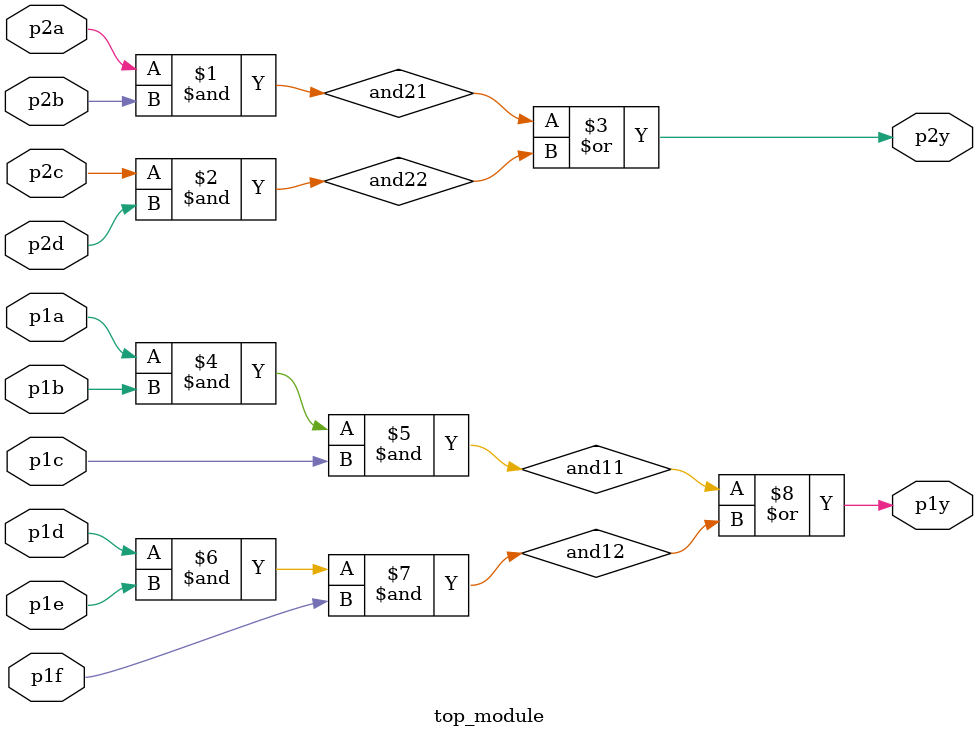
<source format=v>

module top_module (
	input  p1a, p1b, p1c, p1d, p1e, p1f,
	output p1y,
	input  p2a, p2b, p2c, p2d,
	output p2y
);
	wire and21, and22;
	wire and11, and12;

	//The 7458 is a chip with four AND gates and two OR gates.
	assign and21 = p2a & p2b;
	assign and22 = p2c & p2d;
	assign p2y   = and21 | and22;
	assign and11 = p1a & p1b & p1c;
	assign and12 = p1d & p1e & p1f;
	assign p1y   = and11 | and12;
endmodule

</source>
